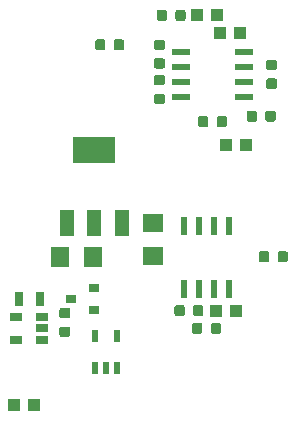
<source format=gbr>
G04 #@! TF.GenerationSoftware,KiCad,Pcbnew,5.1.5+dfsg1-2~bpo9+1*
G04 #@! TF.CreationDate,2020-07-24T23:03:59-04:00*
G04 #@! TF.ProjectId,lil_driver_2,6c696c5f-6472-4697-9665-725f322e6b69,rev?*
G04 #@! TF.SameCoordinates,PX68e7780PY4fa1be0*
G04 #@! TF.FileFunction,Paste,Top*
G04 #@! TF.FilePolarity,Positive*
%FSLAX46Y46*%
G04 Gerber Fmt 4.6, Leading zero omitted, Abs format (unit mm)*
G04 Created by KiCad (PCBNEW 5.1.5+dfsg1-2~bpo9+1) date 2020-07-24 23:03:59*
%MOMM*%
%LPD*%
G04 APERTURE LIST*
%ADD10R,3.599180X2.199640*%
%ADD11R,1.219200X2.235200*%
%ADD12R,0.797560X1.198880*%
%ADD13R,1.597660X1.798320*%
%ADD14R,1.099820X0.998220*%
%ADD15R,1.798320X1.597660*%
%ADD16C,0.020000*%
%ADD17R,1.550000X0.600000*%
%ADD18R,0.600000X1.550000*%
%ADD19R,1.060000X0.650000*%
%ADD20R,0.600000X1.050000*%
%ADD21R,0.900000X0.800000*%
G04 APERTURE END LIST*
D10*
X16000000Y-17901200D03*
D11*
X18311400Y-24098800D03*
X16000000Y-24098800D03*
X13688600Y-24098800D03*
D12*
X9600840Y-30500000D03*
X11399160Y-30500000D03*
D13*
X13100460Y-27000000D03*
X15899540Y-27000000D03*
D14*
X10848360Y-39500000D03*
X9151640Y-39500000D03*
X27151640Y-17500000D03*
X28848360Y-17500000D03*
X26348360Y-6500000D03*
X24651640Y-6500000D03*
X26651640Y-8000000D03*
X28348360Y-8000000D03*
D15*
X21000000Y-26899540D03*
X21000000Y-24100460D03*
D14*
X28000000Y-31500000D03*
X26303280Y-31500000D03*
D16*
G36*
X18315191Y-8526053D02*
G01*
X18336426Y-8529203D01*
X18357250Y-8534419D01*
X18377462Y-8541651D01*
X18396868Y-8550830D01*
X18415281Y-8561866D01*
X18432524Y-8574654D01*
X18448430Y-8589070D01*
X18462846Y-8604976D01*
X18475634Y-8622219D01*
X18486670Y-8640632D01*
X18495849Y-8660038D01*
X18503081Y-8680250D01*
X18508297Y-8701074D01*
X18511447Y-8722309D01*
X18512500Y-8743750D01*
X18512500Y-9256250D01*
X18511447Y-9277691D01*
X18508297Y-9298926D01*
X18503081Y-9319750D01*
X18495849Y-9339962D01*
X18486670Y-9359368D01*
X18475634Y-9377781D01*
X18462846Y-9395024D01*
X18448430Y-9410930D01*
X18432524Y-9425346D01*
X18415281Y-9438134D01*
X18396868Y-9449170D01*
X18377462Y-9458349D01*
X18357250Y-9465581D01*
X18336426Y-9470797D01*
X18315191Y-9473947D01*
X18293750Y-9475000D01*
X17856250Y-9475000D01*
X17834809Y-9473947D01*
X17813574Y-9470797D01*
X17792750Y-9465581D01*
X17772538Y-9458349D01*
X17753132Y-9449170D01*
X17734719Y-9438134D01*
X17717476Y-9425346D01*
X17701570Y-9410930D01*
X17687154Y-9395024D01*
X17674366Y-9377781D01*
X17663330Y-9359368D01*
X17654151Y-9339962D01*
X17646919Y-9319750D01*
X17641703Y-9298926D01*
X17638553Y-9277691D01*
X17637500Y-9256250D01*
X17637500Y-8743750D01*
X17638553Y-8722309D01*
X17641703Y-8701074D01*
X17646919Y-8680250D01*
X17654151Y-8660038D01*
X17663330Y-8640632D01*
X17674366Y-8622219D01*
X17687154Y-8604976D01*
X17701570Y-8589070D01*
X17717476Y-8574654D01*
X17734719Y-8561866D01*
X17753132Y-8550830D01*
X17772538Y-8541651D01*
X17792750Y-8534419D01*
X17813574Y-8529203D01*
X17834809Y-8526053D01*
X17856250Y-8525000D01*
X18293750Y-8525000D01*
X18315191Y-8526053D01*
G37*
G36*
X16740191Y-8526053D02*
G01*
X16761426Y-8529203D01*
X16782250Y-8534419D01*
X16802462Y-8541651D01*
X16821868Y-8550830D01*
X16840281Y-8561866D01*
X16857524Y-8574654D01*
X16873430Y-8589070D01*
X16887846Y-8604976D01*
X16900634Y-8622219D01*
X16911670Y-8640632D01*
X16920849Y-8660038D01*
X16928081Y-8680250D01*
X16933297Y-8701074D01*
X16936447Y-8722309D01*
X16937500Y-8743750D01*
X16937500Y-9256250D01*
X16936447Y-9277691D01*
X16933297Y-9298926D01*
X16928081Y-9319750D01*
X16920849Y-9339962D01*
X16911670Y-9359368D01*
X16900634Y-9377781D01*
X16887846Y-9395024D01*
X16873430Y-9410930D01*
X16857524Y-9425346D01*
X16840281Y-9438134D01*
X16821868Y-9449170D01*
X16802462Y-9458349D01*
X16782250Y-9465581D01*
X16761426Y-9470797D01*
X16740191Y-9473947D01*
X16718750Y-9475000D01*
X16281250Y-9475000D01*
X16259809Y-9473947D01*
X16238574Y-9470797D01*
X16217750Y-9465581D01*
X16197538Y-9458349D01*
X16178132Y-9449170D01*
X16159719Y-9438134D01*
X16142476Y-9425346D01*
X16126570Y-9410930D01*
X16112154Y-9395024D01*
X16099366Y-9377781D01*
X16088330Y-9359368D01*
X16079151Y-9339962D01*
X16071919Y-9319750D01*
X16066703Y-9298926D01*
X16063553Y-9277691D01*
X16062500Y-9256250D01*
X16062500Y-8743750D01*
X16063553Y-8722309D01*
X16066703Y-8701074D01*
X16071919Y-8680250D01*
X16079151Y-8660038D01*
X16088330Y-8640632D01*
X16099366Y-8622219D01*
X16112154Y-8604976D01*
X16126570Y-8589070D01*
X16142476Y-8574654D01*
X16159719Y-8561866D01*
X16178132Y-8550830D01*
X16197538Y-8541651D01*
X16217750Y-8534419D01*
X16238574Y-8529203D01*
X16259809Y-8526053D01*
X16281250Y-8525000D01*
X16718750Y-8525000D01*
X16740191Y-8526053D01*
G37*
G36*
X31149631Y-14567153D02*
G01*
X31170866Y-14570303D01*
X31191690Y-14575519D01*
X31211902Y-14582751D01*
X31231308Y-14591930D01*
X31249721Y-14602966D01*
X31266964Y-14615754D01*
X31282870Y-14630170D01*
X31297286Y-14646076D01*
X31310074Y-14663319D01*
X31321110Y-14681732D01*
X31330289Y-14701138D01*
X31337521Y-14721350D01*
X31342737Y-14742174D01*
X31345887Y-14763409D01*
X31346940Y-14784850D01*
X31346940Y-15297350D01*
X31345887Y-15318791D01*
X31342737Y-15340026D01*
X31337521Y-15360850D01*
X31330289Y-15381062D01*
X31321110Y-15400468D01*
X31310074Y-15418881D01*
X31297286Y-15436124D01*
X31282870Y-15452030D01*
X31266964Y-15466446D01*
X31249721Y-15479234D01*
X31231308Y-15490270D01*
X31211902Y-15499449D01*
X31191690Y-15506681D01*
X31170866Y-15511897D01*
X31149631Y-15515047D01*
X31128190Y-15516100D01*
X30690690Y-15516100D01*
X30669249Y-15515047D01*
X30648014Y-15511897D01*
X30627190Y-15506681D01*
X30606978Y-15499449D01*
X30587572Y-15490270D01*
X30569159Y-15479234D01*
X30551916Y-15466446D01*
X30536010Y-15452030D01*
X30521594Y-15436124D01*
X30508806Y-15418881D01*
X30497770Y-15400468D01*
X30488591Y-15381062D01*
X30481359Y-15360850D01*
X30476143Y-15340026D01*
X30472993Y-15318791D01*
X30471940Y-15297350D01*
X30471940Y-14784850D01*
X30472993Y-14763409D01*
X30476143Y-14742174D01*
X30481359Y-14721350D01*
X30488591Y-14701138D01*
X30497770Y-14681732D01*
X30508806Y-14663319D01*
X30521594Y-14646076D01*
X30536010Y-14630170D01*
X30551916Y-14615754D01*
X30569159Y-14602966D01*
X30587572Y-14591930D01*
X30606978Y-14582751D01*
X30627190Y-14575519D01*
X30648014Y-14570303D01*
X30669249Y-14567153D01*
X30690690Y-14566100D01*
X31128190Y-14566100D01*
X31149631Y-14567153D01*
G37*
G36*
X29574631Y-14567153D02*
G01*
X29595866Y-14570303D01*
X29616690Y-14575519D01*
X29636902Y-14582751D01*
X29656308Y-14591930D01*
X29674721Y-14602966D01*
X29691964Y-14615754D01*
X29707870Y-14630170D01*
X29722286Y-14646076D01*
X29735074Y-14663319D01*
X29746110Y-14681732D01*
X29755289Y-14701138D01*
X29762521Y-14721350D01*
X29767737Y-14742174D01*
X29770887Y-14763409D01*
X29771940Y-14784850D01*
X29771940Y-15297350D01*
X29770887Y-15318791D01*
X29767737Y-15340026D01*
X29762521Y-15360850D01*
X29755289Y-15381062D01*
X29746110Y-15400468D01*
X29735074Y-15418881D01*
X29722286Y-15436124D01*
X29707870Y-15452030D01*
X29691964Y-15466446D01*
X29674721Y-15479234D01*
X29656308Y-15490270D01*
X29636902Y-15499449D01*
X29616690Y-15506681D01*
X29595866Y-15511897D01*
X29574631Y-15515047D01*
X29553190Y-15516100D01*
X29115690Y-15516100D01*
X29094249Y-15515047D01*
X29073014Y-15511897D01*
X29052190Y-15506681D01*
X29031978Y-15499449D01*
X29012572Y-15490270D01*
X28994159Y-15479234D01*
X28976916Y-15466446D01*
X28961010Y-15452030D01*
X28946594Y-15436124D01*
X28933806Y-15418881D01*
X28922770Y-15400468D01*
X28913591Y-15381062D01*
X28906359Y-15360850D01*
X28901143Y-15340026D01*
X28897993Y-15318791D01*
X28896940Y-15297350D01*
X28896940Y-14784850D01*
X28897993Y-14763409D01*
X28901143Y-14742174D01*
X28906359Y-14721350D01*
X28913591Y-14701138D01*
X28922770Y-14681732D01*
X28933806Y-14663319D01*
X28946594Y-14646076D01*
X28961010Y-14630170D01*
X28976916Y-14615754D01*
X28994159Y-14602966D01*
X29012572Y-14591930D01*
X29031978Y-14582751D01*
X29052190Y-14575519D01*
X29073014Y-14570303D01*
X29094249Y-14567153D01*
X29115690Y-14566100D01*
X29553190Y-14566100D01*
X29574631Y-14567153D01*
G37*
G36*
X21952691Y-6026053D02*
G01*
X21973926Y-6029203D01*
X21994750Y-6034419D01*
X22014962Y-6041651D01*
X22034368Y-6050830D01*
X22052781Y-6061866D01*
X22070024Y-6074654D01*
X22085930Y-6089070D01*
X22100346Y-6104976D01*
X22113134Y-6122219D01*
X22124170Y-6140632D01*
X22133349Y-6160038D01*
X22140581Y-6180250D01*
X22145797Y-6201074D01*
X22148947Y-6222309D01*
X22150000Y-6243750D01*
X22150000Y-6756250D01*
X22148947Y-6777691D01*
X22145797Y-6798926D01*
X22140581Y-6819750D01*
X22133349Y-6839962D01*
X22124170Y-6859368D01*
X22113134Y-6877781D01*
X22100346Y-6895024D01*
X22085930Y-6910930D01*
X22070024Y-6925346D01*
X22052781Y-6938134D01*
X22034368Y-6949170D01*
X22014962Y-6958349D01*
X21994750Y-6965581D01*
X21973926Y-6970797D01*
X21952691Y-6973947D01*
X21931250Y-6975000D01*
X21493750Y-6975000D01*
X21472309Y-6973947D01*
X21451074Y-6970797D01*
X21430250Y-6965581D01*
X21410038Y-6958349D01*
X21390632Y-6949170D01*
X21372219Y-6938134D01*
X21354976Y-6925346D01*
X21339070Y-6910930D01*
X21324654Y-6895024D01*
X21311866Y-6877781D01*
X21300830Y-6859368D01*
X21291651Y-6839962D01*
X21284419Y-6819750D01*
X21279203Y-6798926D01*
X21276053Y-6777691D01*
X21275000Y-6756250D01*
X21275000Y-6243750D01*
X21276053Y-6222309D01*
X21279203Y-6201074D01*
X21284419Y-6180250D01*
X21291651Y-6160038D01*
X21300830Y-6140632D01*
X21311866Y-6122219D01*
X21324654Y-6104976D01*
X21339070Y-6089070D01*
X21354976Y-6074654D01*
X21372219Y-6061866D01*
X21390632Y-6050830D01*
X21410038Y-6041651D01*
X21430250Y-6034419D01*
X21451074Y-6029203D01*
X21472309Y-6026053D01*
X21493750Y-6025000D01*
X21931250Y-6025000D01*
X21952691Y-6026053D01*
G37*
G36*
X23527691Y-6026053D02*
G01*
X23548926Y-6029203D01*
X23569750Y-6034419D01*
X23589962Y-6041651D01*
X23609368Y-6050830D01*
X23627781Y-6061866D01*
X23645024Y-6074654D01*
X23660930Y-6089070D01*
X23675346Y-6104976D01*
X23688134Y-6122219D01*
X23699170Y-6140632D01*
X23708349Y-6160038D01*
X23715581Y-6180250D01*
X23720797Y-6201074D01*
X23723947Y-6222309D01*
X23725000Y-6243750D01*
X23725000Y-6756250D01*
X23723947Y-6777691D01*
X23720797Y-6798926D01*
X23715581Y-6819750D01*
X23708349Y-6839962D01*
X23699170Y-6859368D01*
X23688134Y-6877781D01*
X23675346Y-6895024D01*
X23660930Y-6910930D01*
X23645024Y-6925346D01*
X23627781Y-6938134D01*
X23609368Y-6949170D01*
X23589962Y-6958349D01*
X23569750Y-6965581D01*
X23548926Y-6970797D01*
X23527691Y-6973947D01*
X23506250Y-6975000D01*
X23068750Y-6975000D01*
X23047309Y-6973947D01*
X23026074Y-6970797D01*
X23005250Y-6965581D01*
X22985038Y-6958349D01*
X22965632Y-6949170D01*
X22947219Y-6938134D01*
X22929976Y-6925346D01*
X22914070Y-6910930D01*
X22899654Y-6895024D01*
X22886866Y-6877781D01*
X22875830Y-6859368D01*
X22866651Y-6839962D01*
X22859419Y-6819750D01*
X22854203Y-6798926D01*
X22851053Y-6777691D01*
X22850000Y-6756250D01*
X22850000Y-6243750D01*
X22851053Y-6222309D01*
X22854203Y-6201074D01*
X22859419Y-6180250D01*
X22866651Y-6160038D01*
X22875830Y-6140632D01*
X22886866Y-6122219D01*
X22899654Y-6104976D01*
X22914070Y-6089070D01*
X22929976Y-6074654D01*
X22947219Y-6061866D01*
X22965632Y-6050830D01*
X22985038Y-6041651D01*
X23005250Y-6034419D01*
X23026074Y-6029203D01*
X23047309Y-6026053D01*
X23068750Y-6025000D01*
X23506250Y-6025000D01*
X23527691Y-6026053D01*
G37*
D17*
X28700000Y-9595000D03*
X28700000Y-10865000D03*
X28700000Y-12135000D03*
X28700000Y-13405000D03*
X23300000Y-13405000D03*
X23300000Y-12135000D03*
X23300000Y-10865000D03*
X23300000Y-9595000D03*
D18*
X23595000Y-24300000D03*
X24865000Y-24300000D03*
X26135000Y-24300000D03*
X27405000Y-24300000D03*
X27405000Y-29700000D03*
X26135000Y-29700000D03*
X24865000Y-29700000D03*
X23595000Y-29700000D03*
D19*
X9400000Y-33950000D03*
X9400000Y-32050000D03*
X11600000Y-32050000D03*
X11600000Y-33000000D03*
X11600000Y-33950000D03*
D20*
X16050000Y-36350000D03*
X17000000Y-36350000D03*
X17950000Y-36350000D03*
X17950000Y-33650000D03*
X16050000Y-33650000D03*
D16*
G36*
X31277691Y-11851053D02*
G01*
X31298926Y-11854203D01*
X31319750Y-11859419D01*
X31339962Y-11866651D01*
X31359368Y-11875830D01*
X31377781Y-11886866D01*
X31395024Y-11899654D01*
X31410930Y-11914070D01*
X31425346Y-11929976D01*
X31438134Y-11947219D01*
X31449170Y-11965632D01*
X31458349Y-11985038D01*
X31465581Y-12005250D01*
X31470797Y-12026074D01*
X31473947Y-12047309D01*
X31475000Y-12068750D01*
X31475000Y-12506250D01*
X31473947Y-12527691D01*
X31470797Y-12548926D01*
X31465581Y-12569750D01*
X31458349Y-12589962D01*
X31449170Y-12609368D01*
X31438134Y-12627781D01*
X31425346Y-12645024D01*
X31410930Y-12660930D01*
X31395024Y-12675346D01*
X31377781Y-12688134D01*
X31359368Y-12699170D01*
X31339962Y-12708349D01*
X31319750Y-12715581D01*
X31298926Y-12720797D01*
X31277691Y-12723947D01*
X31256250Y-12725000D01*
X30743750Y-12725000D01*
X30722309Y-12723947D01*
X30701074Y-12720797D01*
X30680250Y-12715581D01*
X30660038Y-12708349D01*
X30640632Y-12699170D01*
X30622219Y-12688134D01*
X30604976Y-12675346D01*
X30589070Y-12660930D01*
X30574654Y-12645024D01*
X30561866Y-12627781D01*
X30550830Y-12609368D01*
X30541651Y-12589962D01*
X30534419Y-12569750D01*
X30529203Y-12548926D01*
X30526053Y-12527691D01*
X30525000Y-12506250D01*
X30525000Y-12068750D01*
X30526053Y-12047309D01*
X30529203Y-12026074D01*
X30534419Y-12005250D01*
X30541651Y-11985038D01*
X30550830Y-11965632D01*
X30561866Y-11947219D01*
X30574654Y-11929976D01*
X30589070Y-11914070D01*
X30604976Y-11899654D01*
X30622219Y-11886866D01*
X30640632Y-11875830D01*
X30660038Y-11866651D01*
X30680250Y-11859419D01*
X30701074Y-11854203D01*
X30722309Y-11851053D01*
X30743750Y-11850000D01*
X31256250Y-11850000D01*
X31277691Y-11851053D01*
G37*
G36*
X31277691Y-10276053D02*
G01*
X31298926Y-10279203D01*
X31319750Y-10284419D01*
X31339962Y-10291651D01*
X31359368Y-10300830D01*
X31377781Y-10311866D01*
X31395024Y-10324654D01*
X31410930Y-10339070D01*
X31425346Y-10354976D01*
X31438134Y-10372219D01*
X31449170Y-10390632D01*
X31458349Y-10410038D01*
X31465581Y-10430250D01*
X31470797Y-10451074D01*
X31473947Y-10472309D01*
X31475000Y-10493750D01*
X31475000Y-10931250D01*
X31473947Y-10952691D01*
X31470797Y-10973926D01*
X31465581Y-10994750D01*
X31458349Y-11014962D01*
X31449170Y-11034368D01*
X31438134Y-11052781D01*
X31425346Y-11070024D01*
X31410930Y-11085930D01*
X31395024Y-11100346D01*
X31377781Y-11113134D01*
X31359368Y-11124170D01*
X31339962Y-11133349D01*
X31319750Y-11140581D01*
X31298926Y-11145797D01*
X31277691Y-11148947D01*
X31256250Y-11150000D01*
X30743750Y-11150000D01*
X30722309Y-11148947D01*
X30701074Y-11145797D01*
X30680250Y-11140581D01*
X30660038Y-11133349D01*
X30640632Y-11124170D01*
X30622219Y-11113134D01*
X30604976Y-11100346D01*
X30589070Y-11085930D01*
X30574654Y-11070024D01*
X30561866Y-11052781D01*
X30550830Y-11034368D01*
X30541651Y-11014962D01*
X30534419Y-10994750D01*
X30529203Y-10973926D01*
X30526053Y-10952691D01*
X30525000Y-10931250D01*
X30525000Y-10493750D01*
X30526053Y-10472309D01*
X30529203Y-10451074D01*
X30534419Y-10430250D01*
X30541651Y-10410038D01*
X30550830Y-10390632D01*
X30561866Y-10372219D01*
X30574654Y-10354976D01*
X30589070Y-10339070D01*
X30604976Y-10324654D01*
X30622219Y-10311866D01*
X30640632Y-10300830D01*
X30660038Y-10291651D01*
X30680250Y-10284419D01*
X30701074Y-10279203D01*
X30722309Y-10276053D01*
X30743750Y-10275000D01*
X31256250Y-10275000D01*
X31277691Y-10276053D01*
G37*
G36*
X21777691Y-10138554D02*
G01*
X21798926Y-10141704D01*
X21819750Y-10146920D01*
X21839962Y-10154152D01*
X21859368Y-10163331D01*
X21877781Y-10174367D01*
X21895024Y-10187155D01*
X21910930Y-10201571D01*
X21925346Y-10217477D01*
X21938134Y-10234720D01*
X21949170Y-10253133D01*
X21958349Y-10272539D01*
X21965581Y-10292751D01*
X21970797Y-10313575D01*
X21973947Y-10334810D01*
X21975000Y-10356251D01*
X21975000Y-10793751D01*
X21973947Y-10815192D01*
X21970797Y-10836427D01*
X21965581Y-10857251D01*
X21958349Y-10877463D01*
X21949170Y-10896869D01*
X21938134Y-10915282D01*
X21925346Y-10932525D01*
X21910930Y-10948431D01*
X21895024Y-10962847D01*
X21877781Y-10975635D01*
X21859368Y-10986671D01*
X21839962Y-10995850D01*
X21819750Y-11003082D01*
X21798926Y-11008298D01*
X21777691Y-11011448D01*
X21756250Y-11012501D01*
X21243750Y-11012501D01*
X21222309Y-11011448D01*
X21201074Y-11008298D01*
X21180250Y-11003082D01*
X21160038Y-10995850D01*
X21140632Y-10986671D01*
X21122219Y-10975635D01*
X21104976Y-10962847D01*
X21089070Y-10948431D01*
X21074654Y-10932525D01*
X21061866Y-10915282D01*
X21050830Y-10896869D01*
X21041651Y-10877463D01*
X21034419Y-10857251D01*
X21029203Y-10836427D01*
X21026053Y-10815192D01*
X21025000Y-10793751D01*
X21025000Y-10356251D01*
X21026053Y-10334810D01*
X21029203Y-10313575D01*
X21034419Y-10292751D01*
X21041651Y-10272539D01*
X21050830Y-10253133D01*
X21061866Y-10234720D01*
X21074654Y-10217477D01*
X21089070Y-10201571D01*
X21104976Y-10187155D01*
X21122219Y-10174367D01*
X21140632Y-10163331D01*
X21160038Y-10154152D01*
X21180250Y-10146920D01*
X21201074Y-10141704D01*
X21222309Y-10138554D01*
X21243750Y-10137501D01*
X21756250Y-10137501D01*
X21777691Y-10138554D01*
G37*
G36*
X21777691Y-8563554D02*
G01*
X21798926Y-8566704D01*
X21819750Y-8571920D01*
X21839962Y-8579152D01*
X21859368Y-8588331D01*
X21877781Y-8599367D01*
X21895024Y-8612155D01*
X21910930Y-8626571D01*
X21925346Y-8642477D01*
X21938134Y-8659720D01*
X21949170Y-8678133D01*
X21958349Y-8697539D01*
X21965581Y-8717751D01*
X21970797Y-8738575D01*
X21973947Y-8759810D01*
X21975000Y-8781251D01*
X21975000Y-9218751D01*
X21973947Y-9240192D01*
X21970797Y-9261427D01*
X21965581Y-9282251D01*
X21958349Y-9302463D01*
X21949170Y-9321869D01*
X21938134Y-9340282D01*
X21925346Y-9357525D01*
X21910930Y-9373431D01*
X21895024Y-9387847D01*
X21877781Y-9400635D01*
X21859368Y-9411671D01*
X21839962Y-9420850D01*
X21819750Y-9428082D01*
X21798926Y-9433298D01*
X21777691Y-9436448D01*
X21756250Y-9437501D01*
X21243750Y-9437501D01*
X21222309Y-9436448D01*
X21201074Y-9433298D01*
X21180250Y-9428082D01*
X21160038Y-9420850D01*
X21140632Y-9411671D01*
X21122219Y-9400635D01*
X21104976Y-9387847D01*
X21089070Y-9373431D01*
X21074654Y-9357525D01*
X21061866Y-9340282D01*
X21050830Y-9321869D01*
X21041651Y-9302463D01*
X21034419Y-9282251D01*
X21029203Y-9261427D01*
X21026053Y-9240192D01*
X21025000Y-9218751D01*
X21025000Y-8781251D01*
X21026053Y-8759810D01*
X21029203Y-8738575D01*
X21034419Y-8717751D01*
X21041651Y-8697539D01*
X21050830Y-8678133D01*
X21061866Y-8659720D01*
X21074654Y-8642477D01*
X21089070Y-8626571D01*
X21104976Y-8612155D01*
X21122219Y-8599367D01*
X21140632Y-8588331D01*
X21160038Y-8579152D01*
X21180250Y-8571920D01*
X21201074Y-8566704D01*
X21222309Y-8563554D01*
X21243750Y-8562501D01*
X21756250Y-8562501D01*
X21777691Y-8563554D01*
G37*
G36*
X25452691Y-15026053D02*
G01*
X25473926Y-15029203D01*
X25494750Y-15034419D01*
X25514962Y-15041651D01*
X25534368Y-15050830D01*
X25552781Y-15061866D01*
X25570024Y-15074654D01*
X25585930Y-15089070D01*
X25600346Y-15104976D01*
X25613134Y-15122219D01*
X25624170Y-15140632D01*
X25633349Y-15160038D01*
X25640581Y-15180250D01*
X25645797Y-15201074D01*
X25648947Y-15222309D01*
X25650000Y-15243750D01*
X25650000Y-15756250D01*
X25648947Y-15777691D01*
X25645797Y-15798926D01*
X25640581Y-15819750D01*
X25633349Y-15839962D01*
X25624170Y-15859368D01*
X25613134Y-15877781D01*
X25600346Y-15895024D01*
X25585930Y-15910930D01*
X25570024Y-15925346D01*
X25552781Y-15938134D01*
X25534368Y-15949170D01*
X25514962Y-15958349D01*
X25494750Y-15965581D01*
X25473926Y-15970797D01*
X25452691Y-15973947D01*
X25431250Y-15975000D01*
X24993750Y-15975000D01*
X24972309Y-15973947D01*
X24951074Y-15970797D01*
X24930250Y-15965581D01*
X24910038Y-15958349D01*
X24890632Y-15949170D01*
X24872219Y-15938134D01*
X24854976Y-15925346D01*
X24839070Y-15910930D01*
X24824654Y-15895024D01*
X24811866Y-15877781D01*
X24800830Y-15859368D01*
X24791651Y-15839962D01*
X24784419Y-15819750D01*
X24779203Y-15798926D01*
X24776053Y-15777691D01*
X24775000Y-15756250D01*
X24775000Y-15243750D01*
X24776053Y-15222309D01*
X24779203Y-15201074D01*
X24784419Y-15180250D01*
X24791651Y-15160038D01*
X24800830Y-15140632D01*
X24811866Y-15122219D01*
X24824654Y-15104976D01*
X24839070Y-15089070D01*
X24854976Y-15074654D01*
X24872219Y-15061866D01*
X24890632Y-15050830D01*
X24910038Y-15041651D01*
X24930250Y-15034419D01*
X24951074Y-15029203D01*
X24972309Y-15026053D01*
X24993750Y-15025000D01*
X25431250Y-15025000D01*
X25452691Y-15026053D01*
G37*
G36*
X27027691Y-15026053D02*
G01*
X27048926Y-15029203D01*
X27069750Y-15034419D01*
X27089962Y-15041651D01*
X27109368Y-15050830D01*
X27127781Y-15061866D01*
X27145024Y-15074654D01*
X27160930Y-15089070D01*
X27175346Y-15104976D01*
X27188134Y-15122219D01*
X27199170Y-15140632D01*
X27208349Y-15160038D01*
X27215581Y-15180250D01*
X27220797Y-15201074D01*
X27223947Y-15222309D01*
X27225000Y-15243750D01*
X27225000Y-15756250D01*
X27223947Y-15777691D01*
X27220797Y-15798926D01*
X27215581Y-15819750D01*
X27208349Y-15839962D01*
X27199170Y-15859368D01*
X27188134Y-15877781D01*
X27175346Y-15895024D01*
X27160930Y-15910930D01*
X27145024Y-15925346D01*
X27127781Y-15938134D01*
X27109368Y-15949170D01*
X27089962Y-15958349D01*
X27069750Y-15965581D01*
X27048926Y-15970797D01*
X27027691Y-15973947D01*
X27006250Y-15975000D01*
X26568750Y-15975000D01*
X26547309Y-15973947D01*
X26526074Y-15970797D01*
X26505250Y-15965581D01*
X26485038Y-15958349D01*
X26465632Y-15949170D01*
X26447219Y-15938134D01*
X26429976Y-15925346D01*
X26414070Y-15910930D01*
X26399654Y-15895024D01*
X26386866Y-15877781D01*
X26375830Y-15859368D01*
X26366651Y-15839962D01*
X26359419Y-15819750D01*
X26354203Y-15798926D01*
X26351053Y-15777691D01*
X26350000Y-15756250D01*
X26350000Y-15243750D01*
X26351053Y-15222309D01*
X26354203Y-15201074D01*
X26359419Y-15180250D01*
X26366651Y-15160038D01*
X26375830Y-15140632D01*
X26386866Y-15122219D01*
X26399654Y-15104976D01*
X26414070Y-15089070D01*
X26429976Y-15074654D01*
X26447219Y-15061866D01*
X26465632Y-15050830D01*
X26485038Y-15041651D01*
X26505250Y-15034419D01*
X26526074Y-15029203D01*
X26547309Y-15026053D01*
X26568750Y-15025000D01*
X27006250Y-15025000D01*
X27027691Y-15026053D01*
G37*
G36*
X21777691Y-13138554D02*
G01*
X21798926Y-13141704D01*
X21819750Y-13146920D01*
X21839962Y-13154152D01*
X21859368Y-13163331D01*
X21877781Y-13174367D01*
X21895024Y-13187155D01*
X21910930Y-13201571D01*
X21925346Y-13217477D01*
X21938134Y-13234720D01*
X21949170Y-13253133D01*
X21958349Y-13272539D01*
X21965581Y-13292751D01*
X21970797Y-13313575D01*
X21973947Y-13334810D01*
X21975000Y-13356251D01*
X21975000Y-13793751D01*
X21973947Y-13815192D01*
X21970797Y-13836427D01*
X21965581Y-13857251D01*
X21958349Y-13877463D01*
X21949170Y-13896869D01*
X21938134Y-13915282D01*
X21925346Y-13932525D01*
X21910930Y-13948431D01*
X21895024Y-13962847D01*
X21877781Y-13975635D01*
X21859368Y-13986671D01*
X21839962Y-13995850D01*
X21819750Y-14003082D01*
X21798926Y-14008298D01*
X21777691Y-14011448D01*
X21756250Y-14012501D01*
X21243750Y-14012501D01*
X21222309Y-14011448D01*
X21201074Y-14008298D01*
X21180250Y-14003082D01*
X21160038Y-13995850D01*
X21140632Y-13986671D01*
X21122219Y-13975635D01*
X21104976Y-13962847D01*
X21089070Y-13948431D01*
X21074654Y-13932525D01*
X21061866Y-13915282D01*
X21050830Y-13896869D01*
X21041651Y-13877463D01*
X21034419Y-13857251D01*
X21029203Y-13836427D01*
X21026053Y-13815192D01*
X21025000Y-13793751D01*
X21025000Y-13356251D01*
X21026053Y-13334810D01*
X21029203Y-13313575D01*
X21034419Y-13292751D01*
X21041651Y-13272539D01*
X21050830Y-13253133D01*
X21061866Y-13234720D01*
X21074654Y-13217477D01*
X21089070Y-13201571D01*
X21104976Y-13187155D01*
X21122219Y-13174367D01*
X21140632Y-13163331D01*
X21160038Y-13154152D01*
X21180250Y-13146920D01*
X21201074Y-13141704D01*
X21222309Y-13138554D01*
X21243750Y-13137501D01*
X21756250Y-13137501D01*
X21777691Y-13138554D01*
G37*
G36*
X21777691Y-11563554D02*
G01*
X21798926Y-11566704D01*
X21819750Y-11571920D01*
X21839962Y-11579152D01*
X21859368Y-11588331D01*
X21877781Y-11599367D01*
X21895024Y-11612155D01*
X21910930Y-11626571D01*
X21925346Y-11642477D01*
X21938134Y-11659720D01*
X21949170Y-11678133D01*
X21958349Y-11697539D01*
X21965581Y-11717751D01*
X21970797Y-11738575D01*
X21973947Y-11759810D01*
X21975000Y-11781251D01*
X21975000Y-12218751D01*
X21973947Y-12240192D01*
X21970797Y-12261427D01*
X21965581Y-12282251D01*
X21958349Y-12302463D01*
X21949170Y-12321869D01*
X21938134Y-12340282D01*
X21925346Y-12357525D01*
X21910930Y-12373431D01*
X21895024Y-12387847D01*
X21877781Y-12400635D01*
X21859368Y-12411671D01*
X21839962Y-12420850D01*
X21819750Y-12428082D01*
X21798926Y-12433298D01*
X21777691Y-12436448D01*
X21756250Y-12437501D01*
X21243750Y-12437501D01*
X21222309Y-12436448D01*
X21201074Y-12433298D01*
X21180250Y-12428082D01*
X21160038Y-12420850D01*
X21140632Y-12411671D01*
X21122219Y-12400635D01*
X21104976Y-12387847D01*
X21089070Y-12373431D01*
X21074654Y-12357525D01*
X21061866Y-12340282D01*
X21050830Y-12321869D01*
X21041651Y-12302463D01*
X21034419Y-12282251D01*
X21029203Y-12261427D01*
X21026053Y-12240192D01*
X21025000Y-12218751D01*
X21025000Y-11781251D01*
X21026053Y-11759810D01*
X21029203Y-11738575D01*
X21034419Y-11717751D01*
X21041651Y-11697539D01*
X21050830Y-11678133D01*
X21061866Y-11659720D01*
X21074654Y-11642477D01*
X21089070Y-11626571D01*
X21104976Y-11612155D01*
X21122219Y-11599367D01*
X21140632Y-11588331D01*
X21160038Y-11579152D01*
X21180250Y-11571920D01*
X21201074Y-11566704D01*
X21222309Y-11563554D01*
X21243750Y-11562501D01*
X21756250Y-11562501D01*
X21777691Y-11563554D01*
G37*
G36*
X13777691Y-31276053D02*
G01*
X13798926Y-31279203D01*
X13819750Y-31284419D01*
X13839962Y-31291651D01*
X13859368Y-31300830D01*
X13877781Y-31311866D01*
X13895024Y-31324654D01*
X13910930Y-31339070D01*
X13925346Y-31354976D01*
X13938134Y-31372219D01*
X13949170Y-31390632D01*
X13958349Y-31410038D01*
X13965581Y-31430250D01*
X13970797Y-31451074D01*
X13973947Y-31472309D01*
X13975000Y-31493750D01*
X13975000Y-31931250D01*
X13973947Y-31952691D01*
X13970797Y-31973926D01*
X13965581Y-31994750D01*
X13958349Y-32014962D01*
X13949170Y-32034368D01*
X13938134Y-32052781D01*
X13925346Y-32070024D01*
X13910930Y-32085930D01*
X13895024Y-32100346D01*
X13877781Y-32113134D01*
X13859368Y-32124170D01*
X13839962Y-32133349D01*
X13819750Y-32140581D01*
X13798926Y-32145797D01*
X13777691Y-32148947D01*
X13756250Y-32150000D01*
X13243750Y-32150000D01*
X13222309Y-32148947D01*
X13201074Y-32145797D01*
X13180250Y-32140581D01*
X13160038Y-32133349D01*
X13140632Y-32124170D01*
X13122219Y-32113134D01*
X13104976Y-32100346D01*
X13089070Y-32085930D01*
X13074654Y-32070024D01*
X13061866Y-32052781D01*
X13050830Y-32034368D01*
X13041651Y-32014962D01*
X13034419Y-31994750D01*
X13029203Y-31973926D01*
X13026053Y-31952691D01*
X13025000Y-31931250D01*
X13025000Y-31493750D01*
X13026053Y-31472309D01*
X13029203Y-31451074D01*
X13034419Y-31430250D01*
X13041651Y-31410038D01*
X13050830Y-31390632D01*
X13061866Y-31372219D01*
X13074654Y-31354976D01*
X13089070Y-31339070D01*
X13104976Y-31324654D01*
X13122219Y-31311866D01*
X13140632Y-31300830D01*
X13160038Y-31291651D01*
X13180250Y-31284419D01*
X13201074Y-31279203D01*
X13222309Y-31276053D01*
X13243750Y-31275000D01*
X13756250Y-31275000D01*
X13777691Y-31276053D01*
G37*
G36*
X13777691Y-32851053D02*
G01*
X13798926Y-32854203D01*
X13819750Y-32859419D01*
X13839962Y-32866651D01*
X13859368Y-32875830D01*
X13877781Y-32886866D01*
X13895024Y-32899654D01*
X13910930Y-32914070D01*
X13925346Y-32929976D01*
X13938134Y-32947219D01*
X13949170Y-32965632D01*
X13958349Y-32985038D01*
X13965581Y-33005250D01*
X13970797Y-33026074D01*
X13973947Y-33047309D01*
X13975000Y-33068750D01*
X13975000Y-33506250D01*
X13973947Y-33527691D01*
X13970797Y-33548926D01*
X13965581Y-33569750D01*
X13958349Y-33589962D01*
X13949170Y-33609368D01*
X13938134Y-33627781D01*
X13925346Y-33645024D01*
X13910930Y-33660930D01*
X13895024Y-33675346D01*
X13877781Y-33688134D01*
X13859368Y-33699170D01*
X13839962Y-33708349D01*
X13819750Y-33715581D01*
X13798926Y-33720797D01*
X13777691Y-33723947D01*
X13756250Y-33725000D01*
X13243750Y-33725000D01*
X13222309Y-33723947D01*
X13201074Y-33720797D01*
X13180250Y-33715581D01*
X13160038Y-33708349D01*
X13140632Y-33699170D01*
X13122219Y-33688134D01*
X13104976Y-33675346D01*
X13089070Y-33660930D01*
X13074654Y-33645024D01*
X13061866Y-33627781D01*
X13050830Y-33609368D01*
X13041651Y-33589962D01*
X13034419Y-33569750D01*
X13029203Y-33548926D01*
X13026053Y-33527691D01*
X13025000Y-33506250D01*
X13025000Y-33068750D01*
X13026053Y-33047309D01*
X13029203Y-33026074D01*
X13034419Y-33005250D01*
X13041651Y-32985038D01*
X13050830Y-32965632D01*
X13061866Y-32947219D01*
X13074654Y-32929976D01*
X13089070Y-32914070D01*
X13104976Y-32899654D01*
X13122219Y-32886866D01*
X13140632Y-32875830D01*
X13160038Y-32866651D01*
X13180250Y-32859419D01*
X13201074Y-32854203D01*
X13222309Y-32851053D01*
X13243750Y-32850000D01*
X13756250Y-32850000D01*
X13777691Y-32851053D01*
G37*
G36*
X25027691Y-31026053D02*
G01*
X25048926Y-31029203D01*
X25069750Y-31034419D01*
X25089962Y-31041651D01*
X25109368Y-31050830D01*
X25127781Y-31061866D01*
X25145024Y-31074654D01*
X25160930Y-31089070D01*
X25175346Y-31104976D01*
X25188134Y-31122219D01*
X25199170Y-31140632D01*
X25208349Y-31160038D01*
X25215581Y-31180250D01*
X25220797Y-31201074D01*
X25223947Y-31222309D01*
X25225000Y-31243750D01*
X25225000Y-31756250D01*
X25223947Y-31777691D01*
X25220797Y-31798926D01*
X25215581Y-31819750D01*
X25208349Y-31839962D01*
X25199170Y-31859368D01*
X25188134Y-31877781D01*
X25175346Y-31895024D01*
X25160930Y-31910930D01*
X25145024Y-31925346D01*
X25127781Y-31938134D01*
X25109368Y-31949170D01*
X25089962Y-31958349D01*
X25069750Y-31965581D01*
X25048926Y-31970797D01*
X25027691Y-31973947D01*
X25006250Y-31975000D01*
X24568750Y-31975000D01*
X24547309Y-31973947D01*
X24526074Y-31970797D01*
X24505250Y-31965581D01*
X24485038Y-31958349D01*
X24465632Y-31949170D01*
X24447219Y-31938134D01*
X24429976Y-31925346D01*
X24414070Y-31910930D01*
X24399654Y-31895024D01*
X24386866Y-31877781D01*
X24375830Y-31859368D01*
X24366651Y-31839962D01*
X24359419Y-31819750D01*
X24354203Y-31798926D01*
X24351053Y-31777691D01*
X24350000Y-31756250D01*
X24350000Y-31243750D01*
X24351053Y-31222309D01*
X24354203Y-31201074D01*
X24359419Y-31180250D01*
X24366651Y-31160038D01*
X24375830Y-31140632D01*
X24386866Y-31122219D01*
X24399654Y-31104976D01*
X24414070Y-31089070D01*
X24429976Y-31074654D01*
X24447219Y-31061866D01*
X24465632Y-31050830D01*
X24485038Y-31041651D01*
X24505250Y-31034419D01*
X24526074Y-31029203D01*
X24547309Y-31026053D01*
X24568750Y-31025000D01*
X25006250Y-31025000D01*
X25027691Y-31026053D01*
G37*
G36*
X23452691Y-31026053D02*
G01*
X23473926Y-31029203D01*
X23494750Y-31034419D01*
X23514962Y-31041651D01*
X23534368Y-31050830D01*
X23552781Y-31061866D01*
X23570024Y-31074654D01*
X23585930Y-31089070D01*
X23600346Y-31104976D01*
X23613134Y-31122219D01*
X23624170Y-31140632D01*
X23633349Y-31160038D01*
X23640581Y-31180250D01*
X23645797Y-31201074D01*
X23648947Y-31222309D01*
X23650000Y-31243750D01*
X23650000Y-31756250D01*
X23648947Y-31777691D01*
X23645797Y-31798926D01*
X23640581Y-31819750D01*
X23633349Y-31839962D01*
X23624170Y-31859368D01*
X23613134Y-31877781D01*
X23600346Y-31895024D01*
X23585930Y-31910930D01*
X23570024Y-31925346D01*
X23552781Y-31938134D01*
X23534368Y-31949170D01*
X23514962Y-31958349D01*
X23494750Y-31965581D01*
X23473926Y-31970797D01*
X23452691Y-31973947D01*
X23431250Y-31975000D01*
X22993750Y-31975000D01*
X22972309Y-31973947D01*
X22951074Y-31970797D01*
X22930250Y-31965581D01*
X22910038Y-31958349D01*
X22890632Y-31949170D01*
X22872219Y-31938134D01*
X22854976Y-31925346D01*
X22839070Y-31910930D01*
X22824654Y-31895024D01*
X22811866Y-31877781D01*
X22800830Y-31859368D01*
X22791651Y-31839962D01*
X22784419Y-31819750D01*
X22779203Y-31798926D01*
X22776053Y-31777691D01*
X22775000Y-31756250D01*
X22775000Y-31243750D01*
X22776053Y-31222309D01*
X22779203Y-31201074D01*
X22784419Y-31180250D01*
X22791651Y-31160038D01*
X22800830Y-31140632D01*
X22811866Y-31122219D01*
X22824654Y-31104976D01*
X22839070Y-31089070D01*
X22854976Y-31074654D01*
X22872219Y-31061866D01*
X22890632Y-31050830D01*
X22910038Y-31041651D01*
X22930250Y-31034419D01*
X22951074Y-31029203D01*
X22972309Y-31026053D01*
X22993750Y-31025000D01*
X23431250Y-31025000D01*
X23452691Y-31026053D01*
G37*
G36*
X26527691Y-32526053D02*
G01*
X26548926Y-32529203D01*
X26569750Y-32534419D01*
X26589962Y-32541651D01*
X26609368Y-32550830D01*
X26627781Y-32561866D01*
X26645024Y-32574654D01*
X26660930Y-32589070D01*
X26675346Y-32604976D01*
X26688134Y-32622219D01*
X26699170Y-32640632D01*
X26708349Y-32660038D01*
X26715581Y-32680250D01*
X26720797Y-32701074D01*
X26723947Y-32722309D01*
X26725000Y-32743750D01*
X26725000Y-33256250D01*
X26723947Y-33277691D01*
X26720797Y-33298926D01*
X26715581Y-33319750D01*
X26708349Y-33339962D01*
X26699170Y-33359368D01*
X26688134Y-33377781D01*
X26675346Y-33395024D01*
X26660930Y-33410930D01*
X26645024Y-33425346D01*
X26627781Y-33438134D01*
X26609368Y-33449170D01*
X26589962Y-33458349D01*
X26569750Y-33465581D01*
X26548926Y-33470797D01*
X26527691Y-33473947D01*
X26506250Y-33475000D01*
X26068750Y-33475000D01*
X26047309Y-33473947D01*
X26026074Y-33470797D01*
X26005250Y-33465581D01*
X25985038Y-33458349D01*
X25965632Y-33449170D01*
X25947219Y-33438134D01*
X25929976Y-33425346D01*
X25914070Y-33410930D01*
X25899654Y-33395024D01*
X25886866Y-33377781D01*
X25875830Y-33359368D01*
X25866651Y-33339962D01*
X25859419Y-33319750D01*
X25854203Y-33298926D01*
X25851053Y-33277691D01*
X25850000Y-33256250D01*
X25850000Y-32743750D01*
X25851053Y-32722309D01*
X25854203Y-32701074D01*
X25859419Y-32680250D01*
X25866651Y-32660038D01*
X25875830Y-32640632D01*
X25886866Y-32622219D01*
X25899654Y-32604976D01*
X25914070Y-32589070D01*
X25929976Y-32574654D01*
X25947219Y-32561866D01*
X25965632Y-32550830D01*
X25985038Y-32541651D01*
X26005250Y-32534419D01*
X26026074Y-32529203D01*
X26047309Y-32526053D01*
X26068750Y-32525000D01*
X26506250Y-32525000D01*
X26527691Y-32526053D01*
G37*
G36*
X24952691Y-32526053D02*
G01*
X24973926Y-32529203D01*
X24994750Y-32534419D01*
X25014962Y-32541651D01*
X25034368Y-32550830D01*
X25052781Y-32561866D01*
X25070024Y-32574654D01*
X25085930Y-32589070D01*
X25100346Y-32604976D01*
X25113134Y-32622219D01*
X25124170Y-32640632D01*
X25133349Y-32660038D01*
X25140581Y-32680250D01*
X25145797Y-32701074D01*
X25148947Y-32722309D01*
X25150000Y-32743750D01*
X25150000Y-33256250D01*
X25148947Y-33277691D01*
X25145797Y-33298926D01*
X25140581Y-33319750D01*
X25133349Y-33339962D01*
X25124170Y-33359368D01*
X25113134Y-33377781D01*
X25100346Y-33395024D01*
X25085930Y-33410930D01*
X25070024Y-33425346D01*
X25052781Y-33438134D01*
X25034368Y-33449170D01*
X25014962Y-33458349D01*
X24994750Y-33465581D01*
X24973926Y-33470797D01*
X24952691Y-33473947D01*
X24931250Y-33475000D01*
X24493750Y-33475000D01*
X24472309Y-33473947D01*
X24451074Y-33470797D01*
X24430250Y-33465581D01*
X24410038Y-33458349D01*
X24390632Y-33449170D01*
X24372219Y-33438134D01*
X24354976Y-33425346D01*
X24339070Y-33410930D01*
X24324654Y-33395024D01*
X24311866Y-33377781D01*
X24300830Y-33359368D01*
X24291651Y-33339962D01*
X24284419Y-33319750D01*
X24279203Y-33298926D01*
X24276053Y-33277691D01*
X24275000Y-33256250D01*
X24275000Y-32743750D01*
X24276053Y-32722309D01*
X24279203Y-32701074D01*
X24284419Y-32680250D01*
X24291651Y-32660038D01*
X24300830Y-32640632D01*
X24311866Y-32622219D01*
X24324654Y-32604976D01*
X24339070Y-32589070D01*
X24354976Y-32574654D01*
X24372219Y-32561866D01*
X24390632Y-32550830D01*
X24410038Y-32541651D01*
X24430250Y-32534419D01*
X24451074Y-32529203D01*
X24472309Y-32526053D01*
X24493750Y-32525000D01*
X24931250Y-32525000D01*
X24952691Y-32526053D01*
G37*
G36*
X32179631Y-26467153D02*
G01*
X32200866Y-26470303D01*
X32221690Y-26475519D01*
X32241902Y-26482751D01*
X32261308Y-26491930D01*
X32279721Y-26502966D01*
X32296964Y-26515754D01*
X32312870Y-26530170D01*
X32327286Y-26546076D01*
X32340074Y-26563319D01*
X32351110Y-26581732D01*
X32360289Y-26601138D01*
X32367521Y-26621350D01*
X32372737Y-26642174D01*
X32375887Y-26663409D01*
X32376940Y-26684850D01*
X32376940Y-27197350D01*
X32375887Y-27218791D01*
X32372737Y-27240026D01*
X32367521Y-27260850D01*
X32360289Y-27281062D01*
X32351110Y-27300468D01*
X32340074Y-27318881D01*
X32327286Y-27336124D01*
X32312870Y-27352030D01*
X32296964Y-27366446D01*
X32279721Y-27379234D01*
X32261308Y-27390270D01*
X32241902Y-27399449D01*
X32221690Y-27406681D01*
X32200866Y-27411897D01*
X32179631Y-27415047D01*
X32158190Y-27416100D01*
X31720690Y-27416100D01*
X31699249Y-27415047D01*
X31678014Y-27411897D01*
X31657190Y-27406681D01*
X31636978Y-27399449D01*
X31617572Y-27390270D01*
X31599159Y-27379234D01*
X31581916Y-27366446D01*
X31566010Y-27352030D01*
X31551594Y-27336124D01*
X31538806Y-27318881D01*
X31527770Y-27300468D01*
X31518591Y-27281062D01*
X31511359Y-27260850D01*
X31506143Y-27240026D01*
X31502993Y-27218791D01*
X31501940Y-27197350D01*
X31501940Y-26684850D01*
X31502993Y-26663409D01*
X31506143Y-26642174D01*
X31511359Y-26621350D01*
X31518591Y-26601138D01*
X31527770Y-26581732D01*
X31538806Y-26563319D01*
X31551594Y-26546076D01*
X31566010Y-26530170D01*
X31581916Y-26515754D01*
X31599159Y-26502966D01*
X31617572Y-26491930D01*
X31636978Y-26482751D01*
X31657190Y-26475519D01*
X31678014Y-26470303D01*
X31699249Y-26467153D01*
X31720690Y-26466100D01*
X32158190Y-26466100D01*
X32179631Y-26467153D01*
G37*
G36*
X30604631Y-26467153D02*
G01*
X30625866Y-26470303D01*
X30646690Y-26475519D01*
X30666902Y-26482751D01*
X30686308Y-26491930D01*
X30704721Y-26502966D01*
X30721964Y-26515754D01*
X30737870Y-26530170D01*
X30752286Y-26546076D01*
X30765074Y-26563319D01*
X30776110Y-26581732D01*
X30785289Y-26601138D01*
X30792521Y-26621350D01*
X30797737Y-26642174D01*
X30800887Y-26663409D01*
X30801940Y-26684850D01*
X30801940Y-27197350D01*
X30800887Y-27218791D01*
X30797737Y-27240026D01*
X30792521Y-27260850D01*
X30785289Y-27281062D01*
X30776110Y-27300468D01*
X30765074Y-27318881D01*
X30752286Y-27336124D01*
X30737870Y-27352030D01*
X30721964Y-27366446D01*
X30704721Y-27379234D01*
X30686308Y-27390270D01*
X30666902Y-27399449D01*
X30646690Y-27406681D01*
X30625866Y-27411897D01*
X30604631Y-27415047D01*
X30583190Y-27416100D01*
X30145690Y-27416100D01*
X30124249Y-27415047D01*
X30103014Y-27411897D01*
X30082190Y-27406681D01*
X30061978Y-27399449D01*
X30042572Y-27390270D01*
X30024159Y-27379234D01*
X30006916Y-27366446D01*
X29991010Y-27352030D01*
X29976594Y-27336124D01*
X29963806Y-27318881D01*
X29952770Y-27300468D01*
X29943591Y-27281062D01*
X29936359Y-27260850D01*
X29931143Y-27240026D01*
X29927993Y-27218791D01*
X29926940Y-27197350D01*
X29926940Y-26684850D01*
X29927993Y-26663409D01*
X29931143Y-26642174D01*
X29936359Y-26621350D01*
X29943591Y-26601138D01*
X29952770Y-26581732D01*
X29963806Y-26563319D01*
X29976594Y-26546076D01*
X29991010Y-26530170D01*
X30006916Y-26515754D01*
X30024159Y-26502966D01*
X30042572Y-26491930D01*
X30061978Y-26482751D01*
X30082190Y-26475519D01*
X30103014Y-26470303D01*
X30124249Y-26467153D01*
X30145690Y-26466100D01*
X30583190Y-26466100D01*
X30604631Y-26467153D01*
G37*
D21*
X14000000Y-30500000D03*
X16000000Y-29550000D03*
X16000000Y-31450000D03*
M02*

</source>
